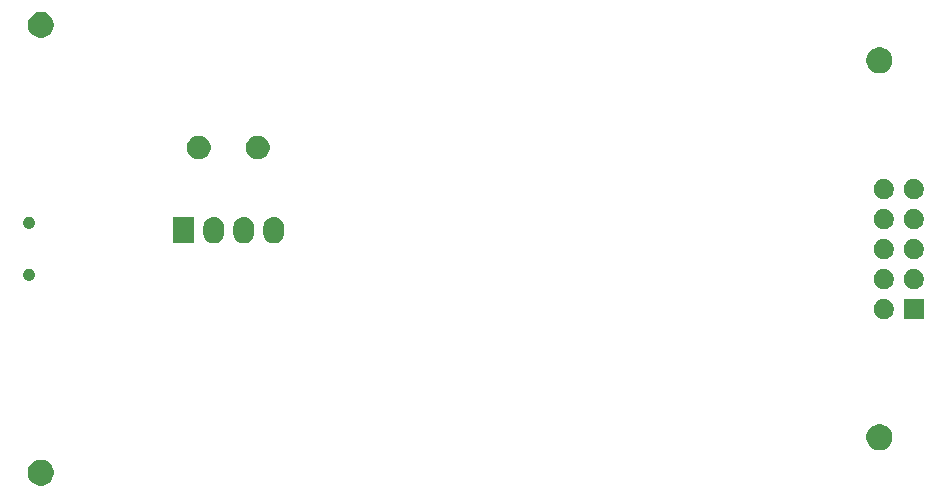
<source format=gbr>
G04 #@! TF.GenerationSoftware,KiCad,Pcbnew,(5.1.6)-1*
G04 #@! TF.CreationDate,2020-08-11T14:22:33+03:00*
G04 #@! TF.ProjectId,Black Magic Probe V2.0,426c6163-6b20-44d6-9167-69632050726f,rev?*
G04 #@! TF.SameCoordinates,Original*
G04 #@! TF.FileFunction,Soldermask,Bot*
G04 #@! TF.FilePolarity,Negative*
%FSLAX46Y46*%
G04 Gerber Fmt 4.6, Leading zero omitted, Abs format (unit mm)*
G04 Created by KiCad (PCBNEW (5.1.6)-1) date 2020-08-11 14:22:33*
%MOMM*%
%LPD*%
G01*
G04 APERTURE LIST*
%ADD10C,0.100000*%
G04 APERTURE END LIST*
D10*
G36*
X113321152Y-117891311D02*
G01*
X113521516Y-117974305D01*
X113701846Y-118094798D01*
X113855202Y-118248154D01*
X113975695Y-118428484D01*
X114058689Y-118628848D01*
X114101000Y-118841561D01*
X114101000Y-119058439D01*
X114058689Y-119271152D01*
X113975695Y-119471516D01*
X113855202Y-119651846D01*
X113701846Y-119805202D01*
X113521516Y-119925695D01*
X113321152Y-120008689D01*
X113108439Y-120051000D01*
X112891561Y-120051000D01*
X112678848Y-120008689D01*
X112478484Y-119925695D01*
X112298154Y-119805202D01*
X112144798Y-119651846D01*
X112024305Y-119471516D01*
X111941311Y-119271152D01*
X111899000Y-119058439D01*
X111899000Y-118841561D01*
X111941311Y-118628848D01*
X112024305Y-118428484D01*
X112144798Y-118248154D01*
X112298154Y-118094798D01*
X112478484Y-117974305D01*
X112678848Y-117891311D01*
X112891561Y-117849000D01*
X113108439Y-117849000D01*
X113321152Y-117891311D01*
G37*
G36*
X184321152Y-114891311D02*
G01*
X184521516Y-114974305D01*
X184701846Y-115094798D01*
X184855202Y-115248154D01*
X184975695Y-115428484D01*
X185058689Y-115628848D01*
X185101000Y-115841561D01*
X185101000Y-116058439D01*
X185058689Y-116271152D01*
X184975695Y-116471516D01*
X184855202Y-116651846D01*
X184701846Y-116805202D01*
X184521516Y-116925695D01*
X184321152Y-117008689D01*
X184108439Y-117051000D01*
X183891561Y-117051000D01*
X183678848Y-117008689D01*
X183478484Y-116925695D01*
X183298154Y-116805202D01*
X183144798Y-116651846D01*
X183024305Y-116471516D01*
X182941311Y-116271152D01*
X182899000Y-116058439D01*
X182899000Y-115841561D01*
X182941311Y-115628848D01*
X183024305Y-115428484D01*
X183144798Y-115248154D01*
X183298154Y-115094798D01*
X183478484Y-114974305D01*
X183678848Y-114891311D01*
X183891561Y-114849000D01*
X184108439Y-114849000D01*
X184321152Y-114891311D01*
G37*
G36*
X187751000Y-105951000D02*
G01*
X186049000Y-105951000D01*
X186049000Y-104249000D01*
X187751000Y-104249000D01*
X187751000Y-105951000D01*
G37*
G36*
X184608230Y-104281703D02*
G01*
X184763097Y-104345851D01*
X184902481Y-104438985D01*
X185021015Y-104557519D01*
X185114149Y-104696903D01*
X185178297Y-104851770D01*
X185211000Y-105016183D01*
X185211000Y-105183817D01*
X185178297Y-105348230D01*
X185114149Y-105503097D01*
X185021015Y-105642481D01*
X184902481Y-105761015D01*
X184763097Y-105854149D01*
X184608230Y-105918297D01*
X184443817Y-105951000D01*
X184276183Y-105951000D01*
X184111770Y-105918297D01*
X183956903Y-105854149D01*
X183817519Y-105761015D01*
X183698985Y-105642481D01*
X183605851Y-105503097D01*
X183541703Y-105348230D01*
X183509000Y-105183817D01*
X183509000Y-105016183D01*
X183541703Y-104851770D01*
X183605851Y-104696903D01*
X183698985Y-104557519D01*
X183817519Y-104438985D01*
X183956903Y-104345851D01*
X184111770Y-104281703D01*
X184276183Y-104249000D01*
X184443817Y-104249000D01*
X184608230Y-104281703D01*
G37*
G36*
X187148230Y-101741703D02*
G01*
X187303097Y-101805851D01*
X187442481Y-101898985D01*
X187561015Y-102017519D01*
X187654149Y-102156903D01*
X187718297Y-102311770D01*
X187751000Y-102476183D01*
X187751000Y-102643817D01*
X187718297Y-102808230D01*
X187654149Y-102963097D01*
X187561015Y-103102481D01*
X187442481Y-103221015D01*
X187303097Y-103314149D01*
X187148230Y-103378297D01*
X186983817Y-103411000D01*
X186816183Y-103411000D01*
X186651770Y-103378297D01*
X186496903Y-103314149D01*
X186357519Y-103221015D01*
X186238985Y-103102481D01*
X186145851Y-102963097D01*
X186081703Y-102808230D01*
X186049000Y-102643817D01*
X186049000Y-102476183D01*
X186081703Y-102311770D01*
X186145851Y-102156903D01*
X186238985Y-102017519D01*
X186357519Y-101898985D01*
X186496903Y-101805851D01*
X186651770Y-101741703D01*
X186816183Y-101709000D01*
X186983817Y-101709000D01*
X187148230Y-101741703D01*
G37*
G36*
X184608230Y-101741703D02*
G01*
X184763097Y-101805851D01*
X184902481Y-101898985D01*
X185021015Y-102017519D01*
X185114149Y-102156903D01*
X185178297Y-102311770D01*
X185211000Y-102476183D01*
X185211000Y-102643817D01*
X185178297Y-102808230D01*
X185114149Y-102963097D01*
X185021015Y-103102481D01*
X184902481Y-103221015D01*
X184763097Y-103314149D01*
X184608230Y-103378297D01*
X184443817Y-103411000D01*
X184276183Y-103411000D01*
X184111770Y-103378297D01*
X183956903Y-103314149D01*
X183817519Y-103221015D01*
X183698985Y-103102481D01*
X183605851Y-102963097D01*
X183541703Y-102808230D01*
X183509000Y-102643817D01*
X183509000Y-102476183D01*
X183541703Y-102311770D01*
X183605851Y-102156903D01*
X183698985Y-102017519D01*
X183817519Y-101898985D01*
X183956903Y-101805851D01*
X184111770Y-101741703D01*
X184276183Y-101709000D01*
X184443817Y-101709000D01*
X184608230Y-101741703D01*
G37*
G36*
X112073379Y-101703781D02*
G01*
X112146136Y-101718253D01*
X112146139Y-101718254D01*
X112146138Y-101718254D01*
X112237309Y-101756018D01*
X112237312Y-101756020D01*
X112319369Y-101810848D01*
X112389152Y-101880631D01*
X112443980Y-101962688D01*
X112443982Y-101962691D01*
X112466692Y-102017519D01*
X112481747Y-102053864D01*
X112501000Y-102150656D01*
X112501000Y-102249344D01*
X112481747Y-102346136D01*
X112481746Y-102346138D01*
X112443982Y-102437309D01*
X112443980Y-102437312D01*
X112389152Y-102519369D01*
X112319369Y-102589152D01*
X112237557Y-102643816D01*
X112237309Y-102643982D01*
X112162976Y-102674771D01*
X112146136Y-102681747D01*
X112073379Y-102696219D01*
X112049345Y-102701000D01*
X111950655Y-102701000D01*
X111926621Y-102696219D01*
X111853864Y-102681747D01*
X111837024Y-102674771D01*
X111762691Y-102643982D01*
X111762443Y-102643816D01*
X111680631Y-102589152D01*
X111610848Y-102519369D01*
X111556020Y-102437312D01*
X111556018Y-102437309D01*
X111518254Y-102346138D01*
X111518253Y-102346136D01*
X111499000Y-102249344D01*
X111499000Y-102150656D01*
X111518253Y-102053864D01*
X111533308Y-102017519D01*
X111556018Y-101962691D01*
X111556020Y-101962688D01*
X111610848Y-101880631D01*
X111680631Y-101810848D01*
X111762688Y-101756020D01*
X111762691Y-101756018D01*
X111853862Y-101718254D01*
X111853861Y-101718254D01*
X111853864Y-101718253D01*
X111926621Y-101703781D01*
X111950655Y-101699000D01*
X112049345Y-101699000D01*
X112073379Y-101703781D01*
G37*
G36*
X187148230Y-99201703D02*
G01*
X187303097Y-99265851D01*
X187442481Y-99358985D01*
X187561015Y-99477519D01*
X187654149Y-99616903D01*
X187718297Y-99771770D01*
X187751000Y-99936183D01*
X187751000Y-100103817D01*
X187718297Y-100268230D01*
X187654149Y-100423097D01*
X187561015Y-100562481D01*
X187442481Y-100681015D01*
X187303097Y-100774149D01*
X187148230Y-100838297D01*
X186983817Y-100871000D01*
X186816183Y-100871000D01*
X186651770Y-100838297D01*
X186496903Y-100774149D01*
X186357519Y-100681015D01*
X186238985Y-100562481D01*
X186145851Y-100423097D01*
X186081703Y-100268230D01*
X186049000Y-100103817D01*
X186049000Y-99936183D01*
X186081703Y-99771770D01*
X186145851Y-99616903D01*
X186238985Y-99477519D01*
X186357519Y-99358985D01*
X186496903Y-99265851D01*
X186651770Y-99201703D01*
X186816183Y-99169000D01*
X186983817Y-99169000D01*
X187148230Y-99201703D01*
G37*
G36*
X184608230Y-99201703D02*
G01*
X184763097Y-99265851D01*
X184902481Y-99358985D01*
X185021015Y-99477519D01*
X185114149Y-99616903D01*
X185178297Y-99771770D01*
X185211000Y-99936183D01*
X185211000Y-100103817D01*
X185178297Y-100268230D01*
X185114149Y-100423097D01*
X185021015Y-100562481D01*
X184902481Y-100681015D01*
X184763097Y-100774149D01*
X184608230Y-100838297D01*
X184443817Y-100871000D01*
X184276183Y-100871000D01*
X184111770Y-100838297D01*
X183956903Y-100774149D01*
X183817519Y-100681015D01*
X183698985Y-100562481D01*
X183605851Y-100423097D01*
X183541703Y-100268230D01*
X183509000Y-100103817D01*
X183509000Y-99936183D01*
X183541703Y-99771770D01*
X183605851Y-99616903D01*
X183698985Y-99477519D01*
X183817519Y-99358985D01*
X183956903Y-99265851D01*
X184111770Y-99201703D01*
X184276183Y-99169000D01*
X184443817Y-99169000D01*
X184608230Y-99201703D01*
G37*
G36*
X127806725Y-97311676D02*
G01*
X127971851Y-97361766D01*
X128063677Y-97410848D01*
X128124037Y-97443111D01*
X128257422Y-97552578D01*
X128366889Y-97685962D01*
X128366891Y-97685966D01*
X128448234Y-97838148D01*
X128498324Y-98003274D01*
X128511000Y-98131972D01*
X128511000Y-98718028D01*
X128498324Y-98846726D01*
X128448234Y-99011852D01*
X128383585Y-99132801D01*
X128366889Y-99164038D01*
X128257422Y-99297422D01*
X128124038Y-99406889D01*
X128124034Y-99406891D01*
X127971852Y-99488234D01*
X127806726Y-99538324D01*
X127635000Y-99555238D01*
X127463275Y-99538324D01*
X127298149Y-99488234D01*
X127145967Y-99406891D01*
X127145963Y-99406889D01*
X127012579Y-99297422D01*
X126903112Y-99164038D01*
X126886413Y-99132797D01*
X126821766Y-99011852D01*
X126771676Y-98846726D01*
X126759000Y-98718028D01*
X126759000Y-98131973D01*
X126771676Y-98003275D01*
X126821766Y-97838149D01*
X126903109Y-97685967D01*
X126903111Y-97685963D01*
X127012578Y-97552578D01*
X127145962Y-97443111D01*
X127206322Y-97410848D01*
X127298148Y-97361766D01*
X127463274Y-97311676D01*
X127635000Y-97294762D01*
X127806725Y-97311676D01*
G37*
G36*
X130346725Y-97311676D02*
G01*
X130511851Y-97361766D01*
X130603677Y-97410848D01*
X130664037Y-97443111D01*
X130797422Y-97552578D01*
X130906889Y-97685962D01*
X130906891Y-97685966D01*
X130988234Y-97838148D01*
X131038324Y-98003274D01*
X131051000Y-98131972D01*
X131051000Y-98718028D01*
X131038324Y-98846726D01*
X130988234Y-99011852D01*
X130923585Y-99132801D01*
X130906889Y-99164038D01*
X130797422Y-99297422D01*
X130664038Y-99406889D01*
X130664034Y-99406891D01*
X130511852Y-99488234D01*
X130346726Y-99538324D01*
X130175000Y-99555238D01*
X130003275Y-99538324D01*
X129838149Y-99488234D01*
X129685967Y-99406891D01*
X129685963Y-99406889D01*
X129552579Y-99297422D01*
X129443112Y-99164038D01*
X129426413Y-99132797D01*
X129361766Y-99011852D01*
X129311676Y-98846726D01*
X129299000Y-98718028D01*
X129299000Y-98131973D01*
X129311676Y-98003275D01*
X129361766Y-97838149D01*
X129443109Y-97685967D01*
X129443111Y-97685963D01*
X129552578Y-97552578D01*
X129685962Y-97443111D01*
X129746322Y-97410848D01*
X129838148Y-97361766D01*
X130003274Y-97311676D01*
X130175000Y-97294762D01*
X130346725Y-97311676D01*
G37*
G36*
X132886725Y-97311676D02*
G01*
X133051851Y-97361766D01*
X133143677Y-97410848D01*
X133204037Y-97443111D01*
X133337422Y-97552578D01*
X133446889Y-97685962D01*
X133446891Y-97685966D01*
X133528234Y-97838148D01*
X133578324Y-98003274D01*
X133591000Y-98131972D01*
X133591000Y-98718028D01*
X133578324Y-98846726D01*
X133528234Y-99011852D01*
X133463585Y-99132801D01*
X133446889Y-99164038D01*
X133337422Y-99297422D01*
X133204038Y-99406889D01*
X133204034Y-99406891D01*
X133051852Y-99488234D01*
X132886726Y-99538324D01*
X132715000Y-99555238D01*
X132543275Y-99538324D01*
X132378149Y-99488234D01*
X132225967Y-99406891D01*
X132225963Y-99406889D01*
X132092579Y-99297422D01*
X131983112Y-99164038D01*
X131966413Y-99132797D01*
X131901766Y-99011852D01*
X131851676Y-98846726D01*
X131839000Y-98718028D01*
X131839000Y-98131973D01*
X131851676Y-98003275D01*
X131901766Y-97838149D01*
X131983109Y-97685967D01*
X131983111Y-97685963D01*
X132092578Y-97552578D01*
X132225962Y-97443111D01*
X132286322Y-97410848D01*
X132378148Y-97361766D01*
X132543274Y-97311676D01*
X132715000Y-97294762D01*
X132886725Y-97311676D01*
G37*
G36*
X125971000Y-99551000D02*
G01*
X124219000Y-99551000D01*
X124219000Y-97299000D01*
X125971000Y-97299000D01*
X125971000Y-99551000D01*
G37*
G36*
X184608230Y-96661703D02*
G01*
X184763097Y-96725851D01*
X184902481Y-96818985D01*
X185021015Y-96937519D01*
X185114149Y-97076903D01*
X185178297Y-97231770D01*
X185211000Y-97396183D01*
X185211000Y-97563817D01*
X185178297Y-97728230D01*
X185114149Y-97883097D01*
X185021015Y-98022481D01*
X184902481Y-98141015D01*
X184763097Y-98234149D01*
X184608230Y-98298297D01*
X184443817Y-98331000D01*
X184276183Y-98331000D01*
X184111770Y-98298297D01*
X183956903Y-98234149D01*
X183817519Y-98141015D01*
X183698985Y-98022481D01*
X183605851Y-97883097D01*
X183541703Y-97728230D01*
X183509000Y-97563817D01*
X183509000Y-97396183D01*
X183541703Y-97231770D01*
X183605851Y-97076903D01*
X183698985Y-96937519D01*
X183817519Y-96818985D01*
X183956903Y-96725851D01*
X184111770Y-96661703D01*
X184276183Y-96629000D01*
X184443817Y-96629000D01*
X184608230Y-96661703D01*
G37*
G36*
X187148230Y-96661703D02*
G01*
X187303097Y-96725851D01*
X187442481Y-96818985D01*
X187561015Y-96937519D01*
X187654149Y-97076903D01*
X187718297Y-97231770D01*
X187751000Y-97396183D01*
X187751000Y-97563817D01*
X187718297Y-97728230D01*
X187654149Y-97883097D01*
X187561015Y-98022481D01*
X187442481Y-98141015D01*
X187303097Y-98234149D01*
X187148230Y-98298297D01*
X186983817Y-98331000D01*
X186816183Y-98331000D01*
X186651770Y-98298297D01*
X186496903Y-98234149D01*
X186357519Y-98141015D01*
X186238985Y-98022481D01*
X186145851Y-97883097D01*
X186081703Y-97728230D01*
X186049000Y-97563817D01*
X186049000Y-97396183D01*
X186081703Y-97231770D01*
X186145851Y-97076903D01*
X186238985Y-96937519D01*
X186357519Y-96818985D01*
X186496903Y-96725851D01*
X186651770Y-96661703D01*
X186816183Y-96629000D01*
X186983817Y-96629000D01*
X187148230Y-96661703D01*
G37*
G36*
X112073379Y-97303781D02*
G01*
X112146136Y-97318253D01*
X112146139Y-97318254D01*
X112146138Y-97318254D01*
X112237309Y-97356018D01*
X112237312Y-97356020D01*
X112319369Y-97410848D01*
X112389152Y-97480631D01*
X112437225Y-97552578D01*
X112443982Y-97562691D01*
X112444448Y-97563817D01*
X112481747Y-97653864D01*
X112501000Y-97750656D01*
X112501000Y-97849344D01*
X112481747Y-97946136D01*
X112481746Y-97946138D01*
X112443982Y-98037309D01*
X112443980Y-98037312D01*
X112389152Y-98119369D01*
X112319369Y-98189152D01*
X112252028Y-98234147D01*
X112237309Y-98243982D01*
X112162976Y-98274771D01*
X112146136Y-98281747D01*
X112073379Y-98296219D01*
X112049345Y-98301000D01*
X111950655Y-98301000D01*
X111926621Y-98296219D01*
X111853864Y-98281747D01*
X111837024Y-98274771D01*
X111762691Y-98243982D01*
X111747972Y-98234147D01*
X111680631Y-98189152D01*
X111610848Y-98119369D01*
X111556020Y-98037312D01*
X111556018Y-98037309D01*
X111518254Y-97946138D01*
X111518253Y-97946136D01*
X111499000Y-97849344D01*
X111499000Y-97750656D01*
X111518253Y-97653864D01*
X111555552Y-97563817D01*
X111556018Y-97562691D01*
X111562775Y-97552578D01*
X111610848Y-97480631D01*
X111680631Y-97410848D01*
X111762688Y-97356020D01*
X111762691Y-97356018D01*
X111853862Y-97318254D01*
X111853861Y-97318254D01*
X111853864Y-97318253D01*
X111926621Y-97303781D01*
X111950655Y-97299000D01*
X112049345Y-97299000D01*
X112073379Y-97303781D01*
G37*
G36*
X187148230Y-94121703D02*
G01*
X187303097Y-94185851D01*
X187442481Y-94278985D01*
X187561015Y-94397519D01*
X187654149Y-94536903D01*
X187718297Y-94691770D01*
X187751000Y-94856183D01*
X187751000Y-95023817D01*
X187718297Y-95188230D01*
X187654149Y-95343097D01*
X187561015Y-95482481D01*
X187442481Y-95601015D01*
X187303097Y-95694149D01*
X187148230Y-95758297D01*
X186983817Y-95791000D01*
X186816183Y-95791000D01*
X186651770Y-95758297D01*
X186496903Y-95694149D01*
X186357519Y-95601015D01*
X186238985Y-95482481D01*
X186145851Y-95343097D01*
X186081703Y-95188230D01*
X186049000Y-95023817D01*
X186049000Y-94856183D01*
X186081703Y-94691770D01*
X186145851Y-94536903D01*
X186238985Y-94397519D01*
X186357519Y-94278985D01*
X186496903Y-94185851D01*
X186651770Y-94121703D01*
X186816183Y-94089000D01*
X186983817Y-94089000D01*
X187148230Y-94121703D01*
G37*
G36*
X184608230Y-94121703D02*
G01*
X184763097Y-94185851D01*
X184902481Y-94278985D01*
X185021015Y-94397519D01*
X185114149Y-94536903D01*
X185178297Y-94691770D01*
X185211000Y-94856183D01*
X185211000Y-95023817D01*
X185178297Y-95188230D01*
X185114149Y-95343097D01*
X185021015Y-95482481D01*
X184902481Y-95601015D01*
X184763097Y-95694149D01*
X184608230Y-95758297D01*
X184443817Y-95791000D01*
X184276183Y-95791000D01*
X184111770Y-95758297D01*
X183956903Y-95694149D01*
X183817519Y-95601015D01*
X183698985Y-95482481D01*
X183605851Y-95343097D01*
X183541703Y-95188230D01*
X183509000Y-95023817D01*
X183509000Y-94856183D01*
X183541703Y-94691770D01*
X183605851Y-94536903D01*
X183698985Y-94397519D01*
X183817519Y-94278985D01*
X183956903Y-94185851D01*
X184111770Y-94121703D01*
X184276183Y-94089000D01*
X184443817Y-94089000D01*
X184608230Y-94121703D01*
G37*
G36*
X126656983Y-90477468D02*
G01*
X126839148Y-90552923D01*
X127003100Y-90662472D01*
X127142528Y-90801900D01*
X127252077Y-90965852D01*
X127327532Y-91148017D01*
X127366000Y-91341410D01*
X127366000Y-91538590D01*
X127327532Y-91731983D01*
X127252077Y-91914148D01*
X127142528Y-92078100D01*
X127003100Y-92217528D01*
X126839148Y-92327077D01*
X126656983Y-92402532D01*
X126463590Y-92441000D01*
X126266410Y-92441000D01*
X126073017Y-92402532D01*
X125890852Y-92327077D01*
X125726900Y-92217528D01*
X125587472Y-92078100D01*
X125477923Y-91914148D01*
X125402468Y-91731983D01*
X125364000Y-91538590D01*
X125364000Y-91341410D01*
X125402468Y-91148017D01*
X125477923Y-90965852D01*
X125587472Y-90801900D01*
X125726900Y-90662472D01*
X125890852Y-90552923D01*
X126073017Y-90477468D01*
X126266410Y-90439000D01*
X126463590Y-90439000D01*
X126656983Y-90477468D01*
G37*
G36*
X131656983Y-90477468D02*
G01*
X131839148Y-90552923D01*
X132003100Y-90662472D01*
X132142528Y-90801900D01*
X132252077Y-90965852D01*
X132327532Y-91148017D01*
X132366000Y-91341410D01*
X132366000Y-91538590D01*
X132327532Y-91731983D01*
X132252077Y-91914148D01*
X132142528Y-92078100D01*
X132003100Y-92217528D01*
X131839148Y-92327077D01*
X131656983Y-92402532D01*
X131463590Y-92441000D01*
X131266410Y-92441000D01*
X131073017Y-92402532D01*
X130890852Y-92327077D01*
X130726900Y-92217528D01*
X130587472Y-92078100D01*
X130477923Y-91914148D01*
X130402468Y-91731983D01*
X130364000Y-91538590D01*
X130364000Y-91341410D01*
X130402468Y-91148017D01*
X130477923Y-90965852D01*
X130587472Y-90801900D01*
X130726900Y-90662472D01*
X130890852Y-90552923D01*
X131073017Y-90477468D01*
X131266410Y-90439000D01*
X131463590Y-90439000D01*
X131656983Y-90477468D01*
G37*
G36*
X184321152Y-82991311D02*
G01*
X184521516Y-83074305D01*
X184701846Y-83194798D01*
X184855202Y-83348154D01*
X184975695Y-83528484D01*
X185058689Y-83728848D01*
X185101000Y-83941561D01*
X185101000Y-84158439D01*
X185058689Y-84371152D01*
X184975695Y-84571516D01*
X184855202Y-84751846D01*
X184701846Y-84905202D01*
X184521516Y-85025695D01*
X184321152Y-85108689D01*
X184108439Y-85151000D01*
X183891561Y-85151000D01*
X183678848Y-85108689D01*
X183478484Y-85025695D01*
X183298154Y-84905202D01*
X183144798Y-84751846D01*
X183024305Y-84571516D01*
X182941311Y-84371152D01*
X182899000Y-84158439D01*
X182899000Y-83941561D01*
X182941311Y-83728848D01*
X183024305Y-83528484D01*
X183144798Y-83348154D01*
X183298154Y-83194798D01*
X183478484Y-83074305D01*
X183678848Y-82991311D01*
X183891561Y-82949000D01*
X184108439Y-82949000D01*
X184321152Y-82991311D01*
G37*
G36*
X113321152Y-79991311D02*
G01*
X113521516Y-80074305D01*
X113701846Y-80194798D01*
X113855202Y-80348154D01*
X113975695Y-80528484D01*
X114058689Y-80728848D01*
X114101000Y-80941561D01*
X114101000Y-81158439D01*
X114058689Y-81371152D01*
X113975695Y-81571516D01*
X113855202Y-81751846D01*
X113701846Y-81905202D01*
X113521516Y-82025695D01*
X113321152Y-82108689D01*
X113108439Y-82151000D01*
X112891561Y-82151000D01*
X112678848Y-82108689D01*
X112478484Y-82025695D01*
X112298154Y-81905202D01*
X112144798Y-81751846D01*
X112024305Y-81571516D01*
X111941311Y-81371152D01*
X111899000Y-81158439D01*
X111899000Y-80941561D01*
X111941311Y-80728848D01*
X112024305Y-80528484D01*
X112144798Y-80348154D01*
X112298154Y-80194798D01*
X112478484Y-80074305D01*
X112678848Y-79991311D01*
X112891561Y-79949000D01*
X113108439Y-79949000D01*
X113321152Y-79991311D01*
G37*
M02*

</source>
